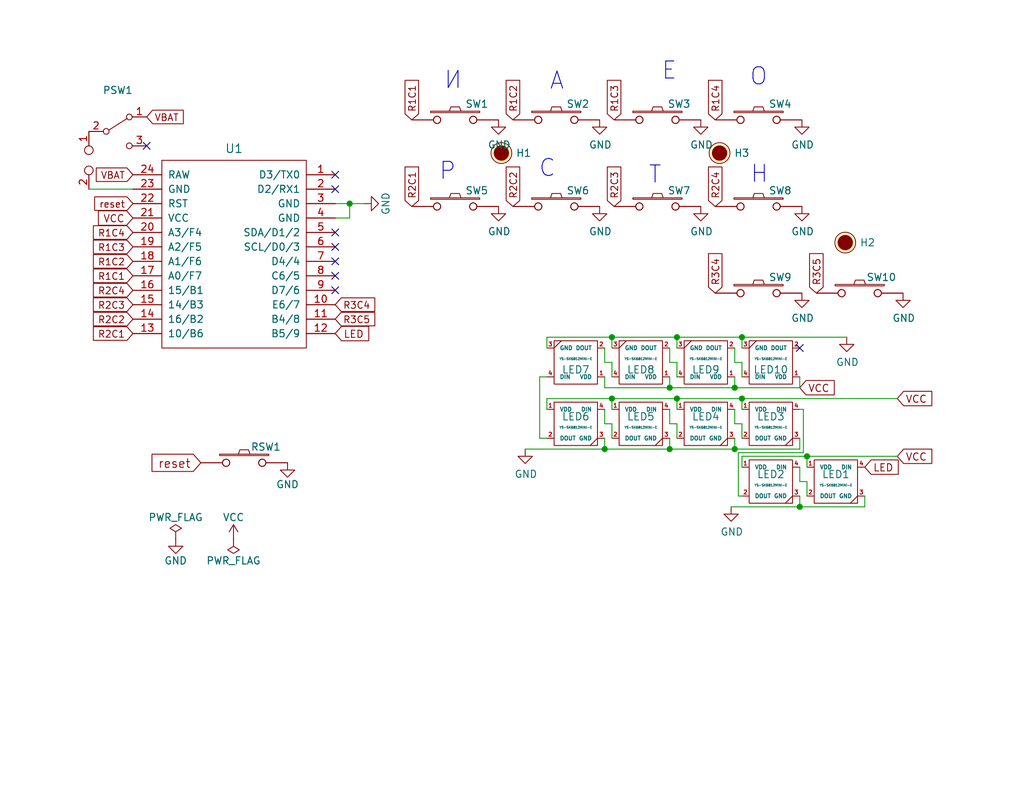
<source format=kicad_sch>
(kicad_sch (version 20250114) (generator "eeschema") (generator_version "9.0")
  (paper "User" 180.01 140.005)
  (title_block (title "РИСАТЕНО") (date "2021-02-28") (rev "0.4") (company "Aroum"))
  (lib_symbols
    (symbol "Connector:TestPoint_2Pole" (pin_names (offset 0.762) (hide yes))
      (property "Reference" "TP" (at 0 1.524 0))
      (property "Value" "TestPoint_2Pole" (at 0 -1.778 0))
      (symbol "TestPoint_2Pole_0_1"
        (circle (center -1.778 0) (radius 0.762))
        (circle (center 1.778 0) (radius 0.762))
        (pin passive line (at -5.08 0 0) (length 2.54) (name "1") (number "1"))
        (pin passive line (at 5.08 0 180) (length 2.54) (name "2") (number "2"))
      )
    )
    (symbol "PNCATEHO:ProMicro_r" (pin_names (offset 1.016))
      (property "Reference" "U" (at 1.27 22.86 0))
      (property "Value" "ProMicro_r" (at 1.27 -15.24 0))
      (symbol "ProMicro_r_0_1"
        (rectangle (start 13.97 20.32) (end -11.43 -12.7))
      )
      (symbol "ProMicro_r_1_1"
        (pin power_out line (at -16.51 17.78 0) (length 5.08) (name "RAW") (number "24"))
        (pin power_in line (at -16.51 15.24 0) (length 5.08) (name "GND") (number "23"))
        (pin input line (at -16.51 12.7 0) (length 5.08) (name "RST") (number "22"))
        (pin power_in line (at -16.51 10.16 0) (length 5.08) (name "VCC") (number "21"))
        (pin bidirectional line (at -16.51 7.62 0) (length 5.08) (name "A3/F4") (number "20"))
        (pin bidirectional line (at -16.51 5.08 0) (length 5.08) (name "A2/F5") (number "19"))
        (pin bidirectional line (at -16.51 2.54 0) (length 5.08) (name "A1/F6") (number "18"))
        (pin bidirectional line (at -16.51 0 0) (length 5.08) (name "A0/F7") (number "17"))
        (pin bidirectional line (at -16.51 -2.54 0) (length 5.08) (name "15/B1") (number "16"))
        (pin bidirectional line (at -16.51 -5.08 0) (length 5.08) (name "14/B3") (number "15"))
        (pin bidirectional line (at -16.51 -7.62 0) (length 5.08) (name "16/B2") (number "14"))
        (pin bidirectional line (at -16.51 -10.16 0) (length 5.08) (name "10/B6") (number "13"))
        (pin bidirectional line (at 19.05 17.78 180) (length 5.08) (name "D3/TX0") (number "1"))
        (pin bidirectional line (at 19.05 15.24 180) (length 5.08) (name "D2/RX1") (number "2"))
        (pin power_in line (at 19.05 12.7 180) (length 5.08) (name "GND") (number "3"))
        (pin power_in line (at 19.05 10.16 180) (length 5.08) (name "GND") (number "4"))
        (pin bidirectional line (at 19.05 7.62 180) (length 5.08) (name "SDA/D1/2") (number "5"))
        (pin bidirectional line (at 19.05 5.08 180) (length 5.08) (name "SCL/D0/3") (number "6"))
        (pin bidirectional line (at 19.05 2.54 180) (length 5.08) (name "D4/4") (number "7"))
        (pin bidirectional line (at 19.05 0 180) (length 5.08) (name "C6/5") (number "8"))
        (pin bidirectional line (at 19.05 -2.54 180) (length 5.08) (name "D7/6") (number "9"))
        (pin bidirectional line (at 19.05 -5.08 180) (length 5.08) (name "E6/7") (number "10"))
        (pin bidirectional line (at 19.05 -7.62 180) (length 5.08) (name "B4/8") (number "11"))
        (pin bidirectional line (at 19.05 -10.16 180) (length 5.08) (name "B5/9") (number "12"))
      )
    )
    (symbol "PNCATEHO:SW_PUSH" (pin_numbers (hide yes)) (pin_names (offset 1.016) (hide yes))
      (property "Reference" "SW" (at 3.81 2.794 0))
      (property "Value" "SW_PUSH" (at 0 -2.032 0))
      (symbol "SW_PUSH_0_1"
        (rectangle (start -4.318 1.27) (end 4.318 1.524))
        (polyline (pts (xy -1.016 1.524) (xy -0.762 2.286) (xy 0.762 2.286) (xy 1.016 1.524)))
        (pin passive inverted (at -7.62 0 0) (length 5.08) (name "1") (number "1"))
        (pin passive inverted (at 7.62 0 180) (length 5.08) (name "2") (number "2"))
      )
    )
    (symbol "PNCATEHO:YS-SK6812MINI-E" (pin_names (offset 1.016))
      (property "Reference" "LED" (at 0 0 0))
      (property "Value" "YS-SK6812MINI-E" (at 0 -1.524 0))
      (symbol "YS-SK6812MINI-E_0_1"
        (rectangle (start -3.81 3.81) (end 3.81 -3.81))
        (polyline (pts (xy 2.54 -3.81) (xy 3.81 -2.54)))
      )
      (symbol "YS-SK6812MINI-E_1_1"
        (pin power_in line (at -5.08 2.54 0) (length 1.1938) (name "VDD") (number "1"))
        (pin output line (at -5.08 -2.54 0) (length 1.1938) (name "DOUT") (number "2"))
        (pin input line (at 5.08 2.54 180) (length 1.1938) (name "DIN") (number "4"))
        (pin power_in line (at 5.08 -2.54 180) (length 1.1938) (name "GND") (number "3"))
      )
    )
    (symbol "Switch:SW_SPDT" (pin_names (offset 0) (hide yes))
      (property "Reference" "SW" (at 0 4.318 0))
      (property "Value" "SW_SPDT" (at 0 -5.08 0))
      (symbol "SW_SPDT_0_0"
        (circle (center -2.032 0) (radius 0.508))
        (circle (center 2.032 -2.54) (radius 0.508))
      )
      (symbol "SW_SPDT_0_1"
        (polyline (pts (xy -1.524 0.254) (xy 1.651 2.286)))
        (circle (center 2.032 2.54) (radius 0.508))
      )
      (symbol "SW_SPDT_1_1"
        (pin passive line (at -5.08 0 0) (length 2.54) (name "B") (number "2"))
        (pin passive line (at 5.08 2.54 180) (length 2.54) (name "A") (number "1"))
        (pin passive line (at 5.08 -2.54 180) (length 2.54) (name "C") (number "3"))
      )
    )
    (symbol "kbd:Hole" (pin_names (offset 1.016))
      (property "Reference" "H" (at 0 0 0))
      (symbol "Hole_0_1"
        (circle (center 0 0) (radius 1.27) (fill (type outline)))
        (circle (center 0 0) (radius 1.8288) (fill (type background)))
      )
    )
    (symbol "power:GND" (power) (pin_names (offset 0))
      (property "Value" "GND" (at 0 -3.81 0))
      (symbol "GND_0_1"
        (polyline (pts (xy 0 0) (xy 0 -1.27) (xy 1.27 -1.27) (xy 0 -2.54) (xy -1.27 -1.27) (xy 0 -1.27)))
      )
      (symbol "GND_1_1"
        (pin power_in line (at 0 0 270) (length 0) (hide yes) (name "GND") (number "1"))
      )
    )
    (symbol "power:PWR_FLAG" (power) (pin_numbers (hide yes)) (pin_names (offset 0) (hide yes))
      (property "Value" "PWR_FLAG" (at 0 3.81 0))
      (symbol "PWR_FLAG_0_0"
        (pin power_out line (at 0 0 90) (length 0) (name "pwr") (number "1"))
      )
      (symbol "PWR_FLAG_0_1"
        (polyline (pts (xy 0 0) (xy 0 1.27) (xy -1.016 1.905) (xy 0 2.54) (xy 1.016 1.905) (xy 0 1.27)))
      )
    )
    (symbol "power:VCC" (power) (pin_names (offset 0))
      (property "Value" "VCC" (at 0 3.81 0))
      (symbol "VCC_0_1"
        (polyline (pts (xy -0.762 1.27) (xy 0 2.54)))
        (polyline (pts (xy 0 2.54) (xy 0.762 1.27)))
        (polyline (pts (xy 0 0) (xy 0 2.54)))
      )
      (symbol "VCC_1_1"
        (pin power_in line (at 0 0 90) (length 0) (hide yes) (name "VCC") (number "1"))
      )
    )
  )
  (text "И\n" (at 77.978 16.002 0) (effects (font (size 3 3)) (justify left bottom)))
  (text "Т\n" (at 113.919 32.639 0) (effects (font (size 3 3)) (justify left bottom)))
  (text "Н\n" (at 131.826 32.512 0) (effects (font (size 3 3)) (justify left bottom)))
  (text "Р" (at 77.089 32.004 0) (effects (font (size 3 3)) (justify left bottom)))
  (text "Е" (at 116.205 14.351 0) (effects (font (size 3 3)) (justify left bottom)))
  (text "О\n" (at 131.699 15.367 0) (effects (font (size 3 3)) (justify left bottom)))
  (text "А\n" (at 96.52 16.129 0) (effects (font (size 3 3)) (justify left bottom)))
  (text "С" (at 94.615 31.496 0) (effects (font (size 3 3)) (justify left bottom)))
  (junction (at 130.429 59.309))
  (junction (at 61.468 35.814))
  (junction (at 118.999 59.309))
  (junction (at 129.159 78.994))
  (junction (at 129.159 68.199))
  (junction (at 130.429 70.104))
  (junction (at 140.589 89.154))
  (junction (at 118.999 70.104))
  (junction (at 141.859 80.264))
  (junction (at 107.569 70.104))
  (junction (at 117.729 68.199))
  (junction (at 117.729 78.994))
  (junction (at 107.569 59.309))
  (junction (at 106.299 78.994))
  (no_connect (at 25.781 25.654))
  (no_connect (at 58.928 40.894))
  (no_connect (at 140.589 61.214))
  (no_connect (at 58.928 33.274))
  (no_connect (at 58.928 48.514))
  (no_connect (at 58.928 51.054))
  (no_connect (at 58.928 43.434))
  (no_connect (at 58.928 30.734))
  (no_connect (at 58.928 45.974))
  (wire (pts (xy 96.139 70.104) (xy 96.139 72.009)))
  (wire (pts (xy 107.569 77.089) (xy 107.569 74.549)))
  (wire (pts (xy 96.139 77.089) (xy 94.869 77.089)))
  (wire (pts (xy 140.589 89.154) (xy 152.019 89.154)))
  (wire (pts (xy 118.999 63.754) (xy 117.729 63.754)))
  (wire (pts (xy 118.999 66.294) (xy 118.999 63.754)))
  (wire (pts (xy 152.019 87.249) (xy 152.019 89.154)))
  (wire (pts (xy 129.159 68.199) (xy 140.589 68.199)))
  (wire (pts (xy 106.299 63.754) (xy 106.299 61.214)))
  (wire (pts (xy 118.999 70.104) (xy 107.569 70.104)))
  (wire (pts (xy 141.859 87.249) (xy 141.859 84.709)))
  (wire (pts (xy 107.569 74.549) (xy 106.299 74.549)))
  (wire (pts (xy 129.159 78.994) (xy 117.729 78.994)))
  (wire (pts (xy 130.429 74.549) (xy 129.159 74.549)))
  (wire (pts (xy 140.589 89.154) (xy 128.524 89.154)))
  (wire (pts (xy 130.429 87.249) (xy 129.794 87.249)))
  (wire (pts (xy 130.429 82.169) (xy 130.429 80.264)))
  (wire (pts (xy 129.159 74.549) (xy 129.159 72.009)))
  (wire (pts (xy 118.999 70.104) (xy 118.999 72.009)))
  (wire (pts (xy 107.569 59.309) (xy 96.139 59.309)))
  (wire (pts (xy 106.299 66.294) (xy 106.299 68.199)))
  (wire (pts (xy 118.999 77.089) (xy 118.999 74.549)))
  (wire (pts (xy 106.299 74.549) (xy 106.299 72.009)))
  (wire (pts (xy 117.729 68.199) (xy 129.159 68.199)))
  (wire (pts (xy 157.734 70.104) (xy 130.429 70.104)))
  (wire (pts (xy 129.794 79.629) (xy 141.224 79.629)))
  (wire (pts (xy 64.008 35.814) (xy 61.468 35.814)))
  (wire (pts (xy 130.429 59.309) (xy 118.999 59.309)))
  (wire (pts (xy 140.589 72.009) (xy 141.224 72.009)))
  (wire (pts (xy 129.794 87.249) (xy 129.794 79.629)))
  (wire (pts (xy 107.569 70.104) (xy 96.139 70.104)))
  (wire (pts (xy 130.429 63.754) (xy 129.159 63.754)))
  (wire (pts (xy 130.429 80.264) (xy 141.859 80.264)))
  (wire (pts (xy 118.999 59.309) (xy 118.999 61.214)))
  (wire (pts (xy 117.729 68.199) (xy 117.729 66.294)))
  (wire (pts (xy 94.869 66.294) (xy 96.139 66.294)))
  (wire (pts (xy 118.999 59.309) (xy 107.569 59.309)))
  (wire (pts (xy 140.589 87.249) (xy 140.589 89.154)))
  (wire (pts (xy 61.468 35.814) (xy 58.928 35.814)))
  (wire (pts (xy 117.729 74.549) (xy 117.729 72.009)))
  (wire (pts (xy 130.429 77.089) (xy 130.429 74.549)))
  (wire (pts (xy 107.569 66.294) (xy 107.569 63.754)))
  (wire (pts (xy 94.869 66.294) (xy 94.869 77.089)))
  (wire (pts (xy 96.139 59.309) (xy 96.139 61.214)))
  (wire (pts (xy 118.999 74.549) (xy 117.729 74.549)))
  (wire (pts (xy 107.569 63.754) (xy 106.299 63.754)))
  (wire (pts (xy 117.729 78.994) (xy 106.299 78.994)))
  (wire (pts (xy 58.928 38.354) (xy 61.468 38.354)))
  (wire (pts (xy 141.224 72.009) (xy 141.224 79.629)))
  (wire (pts (xy 106.299 78.994) (xy 92.329 78.994)))
  (wire (pts (xy 129.159 68.199) (xy 129.159 66.294)))
  (wire (pts (xy 130.429 59.309) (xy 148.844 59.309)))
  (wire (pts (xy 141.859 80.264) (xy 141.859 82.169)))
  (wire (pts (xy 107.569 59.309) (xy 107.569 61.214)))
  (wire (pts (xy 107.569 70.104) (xy 107.569 72.009)))
  (wire (pts (xy 130.429 70.104) (xy 118.999 70.104)))
  (wire (pts (xy 15.621 33.274) (xy 23.368 33.274)))
  (wire (pts (xy 129.159 78.994) (xy 129.159 77.089)))
  (wire (pts (xy 141.859 84.709) (xy 140.589 84.709)))
  (wire (pts (xy 130.429 72.009) (xy 130.429 70.104)))
  (wire (pts (xy 117.729 63.754) (xy 117.729 61.214)))
  (wire (pts (xy 61.468 38.354) (xy 61.468 35.814)))
  (wire (pts (xy 129.159 63.754) (xy 129.159 61.214)))
  (wire (pts (xy 141.859 80.264) (xy 157.734 80.264)))
  (wire (pts (xy 117.729 78.994) (xy 117.729 77.089)))
  (wire (pts (xy 140.589 84.709) (xy 140.589 82.169)))
  (wire (pts (xy 140.589 78.994) (xy 129.159 78.994)))
  (wire (pts (xy 140.589 77.089) (xy 140.589 78.994)))
  (wire (pts (xy 106.299 78.994) (xy 106.299 77.089)))
  (wire (pts (xy 130.429 66.294) (xy 130.429 63.754)))
  (wire (pts (xy 106.299 68.199) (xy 117.729 68.199)))
  (wire (pts (xy 140.589 68.199) (xy 140.589 66.294)))
  (wire (pts (xy 130.429 61.214) (xy 130.429 59.309)))
  (global_label "R2C2" (shape input) (at 23.368 56.134 180) (effects (font (size 1.1938 1.1938))) (property "Intersheetrefs" "${INTERSHEET_REFS}" (effects (hide yes))))
  (global_label "VCC" (shape input) (at 157.734 80.264 0) (property "Intersheetrefs" "${INTERSHEET_REFS}" (effects (hide yes))))
  (global_label "VBAT" (shape input) (at 23.368 30.734 180) (effects (font (size 1.1938 1.1938))) (property "Intersheetrefs" "${INTERSHEET_REFS}" (effects (hide yes))))
  (global_label "R1C3" (shape input) (at 23.368 43.434 180) (effects (font (size 1.1938 1.1938))) (property "Intersheetrefs" "${INTERSHEET_REFS}" (effects (hide yes))))
  (global_label "R1C1" (shape input) (at 23.368 48.514 180) (effects (font (size 1.1938 1.1938))) (property "Intersheetrefs" "${INTERSHEET_REFS}" (effects (hide yes))))
  (global_label "R3C5" (shape input) (at 143.51 51.562 90) (effects (font (size 1.1938 1.1938))) (property "Intersheetrefs" "${INTERSHEET_REFS}" (effects (hide yes))))
  (global_label "R1C2" (shape input) (at 23.368 45.974 180) (effects (font (size 1.1938 1.1938))) (property "Intersheetrefs" "${INTERSHEET_REFS}" (effects (hide yes))))
  (global_label "R3C4" (shape input) (at 58.928 53.594 0) (effects (font (size 1.1938 1.1938))) (property "Intersheetrefs" "${INTERSHEET_REFS}" (effects (hide yes))))
  (global_label "VCC" (shape input) (at 140.589 68.199 0) (property "Intersheetrefs" "${INTERSHEET_REFS}" (effects (hide yes))))
  (global_label "LED" (shape input) (at 152.019 82.169 0) (property "Intersheetrefs" "${INTERSHEET_REFS}" (effects (hide yes))))
  (global_label "R3C4" (shape input) (at 125.73 51.562 90) (effects (font (size 1.1938 1.1938))) (property "Intersheetrefs" "${INTERSHEET_REFS}" (effects (hide yes))))
  (global_label "R1C4" (shape input) (at 23.368 40.894 180) (effects (font (size 1.1938 1.1938))) (property "Intersheetrefs" "${INTERSHEET_REFS}" (effects (hide yes))))
  (global_label "VCC" (shape input) (at 157.734 70.104 0) (property "Intersheetrefs" "${INTERSHEET_REFS}" (effects (hide yes))))
  (global_label "R2C3" (shape input) (at 107.95 36.322 90) (effects (font (size 1.1938 1.1938))) (property "Intersheetrefs" "${INTERSHEET_REFS}" (effects (hide yes))))
  (global_label "R2C1" (shape input) (at 72.39 36.322 90) (effects (font (size 1.1938 1.1938))) (property "Intersheetrefs" "${INTERSHEET_REFS}" (effects (hide yes))))
  (global_label "R3C5" (shape input) (at 58.928 56.134 0) (effects (font (size 1.1938 1.1938))) (property "Intersheetrefs" "${INTERSHEET_REFS}" (effects (hide yes))))
  (global_label "R1C2" (shape input) (at 90.17 21.082 90) (effects (font (size 1.1938 1.1938))) (property "Intersheetrefs" "${INTERSHEET_REFS}" (effects (hide yes))))
  (global_label "reset" (shape input) (at 23.368 35.814 180) (effects (font (size 1.1938 1.1938))) (property "Intersheetrefs" "${INTERSHEET_REFS}" (effects (hide yes))))
  (global_label "R1C1" (shape input) (at 72.39 21.082 90) (effects (font (size 1.1938 1.1938))) (property "Intersheetrefs" "${INTERSHEET_REFS}" (effects (hide yes))))
  (global_label "reset" (shape input) (at 35.306 81.407 180) (effects (font (size 1.524 1.524))) (property "Intersheetrefs" "${INTERSHEET_REFS}" (effects (hide yes))))
  (global_label "R2C4" (shape input) (at 23.368 51.054 180) (effects (font (size 1.1938 1.1938))) (property "Intersheetrefs" "${INTERSHEET_REFS}" (effects (hide yes))))
  (global_label "R2C2" (shape input) (at 90.17 36.322 90) (effects (font (size 1.1938 1.1938))) (property "Intersheetrefs" "${INTERSHEET_REFS}" (effects (hide yes))))
  (global_label "R1C4" (shape input) (at 125.73 21.082 90) (effects (font (size 1.1938 1.1938))) (property "Intersheetrefs" "${INTERSHEET_REFS}" (effects (hide yes))))
  (global_label "R2C3" (shape input) (at 23.368 53.594 180) (effects (font (size 1.1938 1.1938))) (property "Intersheetrefs" "${INTERSHEET_REFS}" (effects (hide yes))))
  (global_label "R2C1" (shape input) (at 23.368 58.674 180) (effects (font (size 1.1938 1.1938))) (property "Intersheetrefs" "${INTERSHEET_REFS}" (effects (hide yes))))
  (global_label "R1C3" (shape input) (at 107.95 21.082 90) (effects (font (size 1.1938 1.1938))) (property "Intersheetrefs" "${INTERSHEET_REFS}" (effects (hide yes))))
  (global_label "LED" (shape input) (at 58.928 58.674 0) (property "Intersheetrefs" "${INTERSHEET_REFS}" (effects (hide yes))))
  (global_label "R2C4" (shape input) (at 125.73 36.322 90) (effects (font (size 1.1938 1.1938))) (property "Intersheetrefs" "${INTERSHEET_REFS}" (effects (hide yes))))
  (global_label "VBAT" (shape input) (at 25.781 20.574 0) (effects (font (size 1.1938 1.1938))) (property "Intersheetrefs" "${INTERSHEET_REFS}" (effects (hide yes))))
  (global_label "VCC" (shape input) (at 23.368 38.354 180) (property "Intersheetrefs" "${INTERSHEET_REFS}" (effects (hide yes))))
  (symbol (lib_id "PNCATEHO:SW_PUSH") (at 80.01 21.082 0) (unit 1)
    (property "Reference" "SW1" (at 83.82 18.288 0))
    (property "Value" "SW_PUSH" (effects (hide yes)))
    (property "Footprint" "PNCATEHO:Kailh_socket_PG1350_reversible" (effects (hide yes)))
  )
  (symbol (lib_id "PNCATEHO:SW_PUSH") (at 97.79 21.082 0) (unit 1)
    (property "Reference" "SW2" (at 101.6 18.288 0))
    (property "Value" "SW_PUSH" (effects (hide yes)))
    (property "Footprint" "PNCATEHO:Kailh_socket_PG1350_reversible" (effects (hide yes)))
  )
  (symbol (lib_id "PNCATEHO:SW_PUSH") (at 115.57 21.082 0) (unit 1)
    (property "Reference" "SW3" (at 119.38 18.288 0))
    (property "Value" "SW_PUSH" (effects (hide yes)))
    (property "Footprint" "PNCATEHO:Kailh_socket_PG1350_reversible" (effects (hide yes)))
  )
  (symbol (lib_id "PNCATEHO:SW_PUSH") (at 133.35 21.082 0) (unit 1)
    (property "Reference" "SW4" (at 137.16 18.288 0))
    (property "Value" "SW_PUSH" (effects (hide yes)))
    (property "Footprint" "PNCATEHO:Kailh_socket_PG1350_reversible" (effects (hide yes)))
  )
  (symbol (lib_id "PNCATEHO:SW_PUSH") (at 80.01 36.322 0) (unit 1)
    (property "Reference" "SW5" (at 83.82 33.528 0))
    (property "Value" "SW_PUSH" (effects (hide yes)))
    (property "Footprint" "PNCATEHO:Kailh_socket_PG1350_reversible" (effects (hide yes)))
  )
  (symbol (lib_id "PNCATEHO:SW_PUSH") (at 97.79 36.322 0) (unit 1)
    (property "Reference" "SW6" (at 101.6 33.528 0))
    (property "Value" "SW_PUSH" (effects (hide yes)))
    (property "Footprint" "PNCATEHO:Kailh_socket_PG1350_reversible" (effects (hide yes)))
  )
  (symbol (lib_id "PNCATEHO:SW_PUSH") (at 115.57 36.322 0) (unit 1)
    (property "Reference" "SW7" (at 119.38 33.528 0))
    (property "Value" "SW_PUSH" (effects (hide yes)))
    (property "Footprint" "PNCATEHO:Kailh_socket_PG1350_reversible" (effects (hide yes)))
  )
  (symbol (lib_id "PNCATEHO:SW_PUSH") (at 133.35 36.322 0) (unit 1)
    (property "Reference" "SW8" (at 137.16 33.528 0))
    (property "Value" "SW_PUSH" (effects (hide yes)))
    (property "Footprint" "PNCATEHO:Kailh_socket_PG1350_reversible" (effects (hide yes)))
  )
  (symbol (lib_id "PNCATEHO:SW_PUSH") (at 133.35 51.562 0) (unit 1)
    (property "Reference" "SW9" (at 137.16 48.768 0))
    (property "Value" "SW_PUSH" (effects (hide yes)))
    (property "Footprint" "PNCATEHO:Kailh_socket_PG1350_reversible" (effects (hide yes)))
  )
  (symbol (lib_id "PNCATEHO:SW_PUSH") (at 151.13 51.562 0) (unit 1)
    (property "Reference" "SW10" (at 154.94 48.768 0))
    (property "Value" "SW_PUSH" (effects (hide yes)))
    (property "Footprint" "PNCATEHO:Kailh_socket_PG1350_reversible" (effects (hide yes)))
  )
  (symbol (lib_id "power:GND") (at 64.008 35.814 90) (unit 1)
    (property "Reference" "#PWR08" (effects (hide yes)))
    (property "Value" "GND" (at 67.818 35.814 0))
  )
  (symbol (lib_id "power:GND") (at 30.8864 94.8182 0) (unit 1)
    (property "Reference" "#PWR04" (effects (hide yes)))
    (property "Value" "GND" (at 30.8864 98.6282 0))
  )
  (symbol (lib_id "power:VCC") (at 41.0464 94.8182 0) (unit 1)
    (property "Reference" "#PWR05" (effects (hide yes)))
    (property "Value" "VCC" (at 41.0464 91.0082 0))
  )
  (symbol (lib_id "power:PWR_FLAG") (at 41.0464 94.8182 180) (unit 1)
    (property "Reference" "#FLG02" (effects (hide yes)))
    (property "Value" "PWR_FLAG" (at 41.0464 98.6282 0))
  )
  (symbol (lib_id "power:PWR_FLAG") (at 30.8864 94.8182 0) (unit 1)
    (property "Reference" "#FLG01" (effects (hide yes)))
    (property "Value" "PWR_FLAG" (at 30.8864 91.0082 0))
  )
  (symbol (lib_id "PNCATEHO:SW_PUSH") (at 42.926 81.407 0) (unit 1)
    (property "Reference" "RSW1" (at 46.736 78.613 0))
    (property "Value" "SW_PUSH" (effects (hide yes)))
    (property "Footprint" "PNCATEHO:SW_3x4x2_2legs_duplex" (effects (hide yes)))
  )
  (symbol (lib_id "power:GND") (at 50.546 81.407 0) (unit 1)
    (property "Reference" "#PWR0101" (effects (hide yes)))
    (property "Value" "GND" (at 50.546 85.217 0))
  )
  (symbol (lib_id "PNCATEHO:ProMicro_r") (at 39.878 48.514 0) (unit 1)
    (property "Reference" "U1" (at 41.148 26.1366 0) (effects (font (size 1.524 1.524))))
    (property "Value" "ProMicro_r" (effects (hide yes)))
    (property "Footprint" "PNCATEHO:ProMicro_duplex_mirrored" (effects (hide yes)))
  )
  (symbol (lib_id "power:GND") (at 140.97 36.322 0) (unit 1)
    (property "Reference" "#PWR0102" (effects (hide yes)))
    (property "Value" "GND" (at 141.097 40.7162 0))
  )
  (symbol (lib_id "power:GND") (at 123.19 36.322 0) (unit 1)
    (property "Reference" "#PWR0103" (effects (hide yes)))
    (property "Value" "GND" (at 123.317 40.7162 0))
  )
  (symbol (lib_id "power:GND") (at 105.41 36.322 0) (unit 1)
    (property "Reference" "#PWR0104" (effects (hide yes)))
    (property "Value" "GND" (at 105.537 40.7162 0))
  )
  (symbol (lib_id "power:GND") (at 87.63 36.322 0) (unit 1)
    (property "Reference" "#PWR0105" (effects (hide yes)))
    (property "Value" "GND" (at 87.757 40.7162 0))
  )
  (symbol (lib_id "power:GND") (at 140.97 51.562 0) (unit 1)
    (property "Reference" "#PWR0106" (effects (hide yes)))
    (property "Value" "GND" (at 141.097 55.9562 0))
  )
  (symbol (lib_id "power:GND") (at 158.75 51.562 0) (unit 1)
    (property "Reference" "#PWR0107" (effects (hide yes)))
    (property "Value" "GND" (at 158.877 55.9562 0))
  )
  (symbol (lib_id "power:GND") (at 140.97 21.082 0) (unit 1)
    (property "Reference" "#PWR0108" (effects (hide yes)))
    (property "Value" "GND" (at 141.097 25.4762 0))
  )
  (symbol (lib_id "power:GND") (at 123.19 21.082 0) (unit 1)
    (property "Reference" "#PWR0109" (effects (hide yes)))
    (property "Value" "GND" (at 123.317 25.4762 0))
  )
  (symbol (lib_id "power:GND") (at 105.41 21.082 0) (unit 1)
    (property "Reference" "#PWR0110" (effects (hide yes)))
    (property "Value" "GND" (at 105.537 25.4762 0))
  )
  (symbol (lib_id "power:GND") (at 87.63 21.082 0) (unit 1)
    (property "Reference" "#PWR0112" (effects (hide yes)))
    (property "Value" "GND" (at 87.757 25.4762 0))
  )
  (symbol (lib_id "power:GND") (at 128.524 89.154 0) (unit 1)
    (property "Reference" "#PWR0113" (effects (hide yes)))
    (property "Value" "GND" (at 128.651 93.5482 0))
  )
  (symbol (lib_id "PNCATEHO:YS-SK6812MINI-E") (at 146.939 84.709 0) (unit 1)
    (property "Reference" "LED1" (at 146.939 83.439 0) (effects (font (size 1.2954 1.2954))))
    (property "Value" "YS-SK6812MINI-E" (at 146.939 85.344 0) (effects (font (size 0.4064 0.4064))))
    (property "Footprint" "PNCATEHO:YS-SK6812MINI-E_duplex" (effects (hide yes)))
  )
  (symbol (lib_id "PNCATEHO:YS-SK6812MINI-E") (at 135.509 84.709 0) (unit 1)
    (property "Reference" "LED2" (at 135.509 83.439 0) (effects (font (size 1.2954 1.2954))))
    (property "Value" "YS-SK6812MINI-E" (at 135.509 85.344 0) (effects (font (size 0.4064 0.4064))))
    (property "Footprint" "PNCATEHO:YS-SK6812MINI-E_duplex" (effects (hide yes)))
  )
  (symbol (lib_id "PNCATEHO:YS-SK6812MINI-E") (at 135.509 74.549 0) (unit 1)
    (property "Reference" "LED3" (at 135.509 73.279 0) (effects (font (size 1.2954 1.2954))))
    (property "Value" "YS-SK6812MINI-E" (at 135.509 75.184 0) (effects (font (size 0.4064 0.4064))))
    (property "Footprint" "PNCATEHO:YS-SK6812MINI-E_duplex" (effects (hide yes)))
  )
  (symbol (lib_id "PNCATEHO:YS-SK6812MINI-E") (at 124.079 74.549 0) (unit 1)
    (property "Reference" "LED4" (at 124.079 73.279 0) (effects (font (size 1.2954 1.2954))))
    (property "Value" "YS-SK6812MINI-E" (at 124.079 75.184 0) (effects (font (size 0.4064 0.4064))))
    (property "Footprint" "PNCATEHO:YS-SK6812MINI-E_duplex" (effects (hide yes)))
  )
  (symbol (lib_id "PNCATEHO:YS-SK6812MINI-E") (at 112.649 74.549 0) (unit 1)
    (property "Reference" "LED5" (at 112.649 73.279 0) (effects (font (size 1.2954 1.2954))))
    (property "Value" "YS-SK6812MINI-E" (at 112.649 75.184 0) (effects (font (size 0.4064 0.4064))))
    (property "Footprint" "PNCATEHO:YS-SK6812MINI-E_duplex" (effects (hide yes)))
  )
  (symbol (lib_id "PNCATEHO:YS-SK6812MINI-E") (at 101.219 74.549 0) (unit 1)
    (property "Reference" "LED6" (at 101.219 73.279 0) (effects (font (size 1.2954 1.2954))))
    (property "Value" "YS-SK6812MINI-E" (at 101.219 75.184 0) (effects (font (size 0.4064 0.4064))))
    (property "Footprint" "PNCATEHO:YS-SK6812MINI-E_duplex" (effects (hide yes)))
  )
  (symbol (lib_id "PNCATEHO:YS-SK6812MINI-E") (at 135.509 63.754 180) (unit 1)
    (property "Reference" "LED10" (at 135.509 65.024 0) (effects (font (size 1.2954 1.2954))))
    (property "Value" "YS-SK6812MINI-E" (at 135.509 63.119 0) (effects (font (size 0.4064 0.4064))))
    (property "Footprint" "PNCATEHO:YS-SK6812MINI-E_duplex" (effects (hide yes)))
  )
  (symbol (lib_id "PNCATEHO:YS-SK6812MINI-E") (at 124.079 63.754 180) (unit 1)
    (property "Reference" "LED9" (at 124.079 65.024 0) (effects (font (size 1.2954 1.2954))))
    (property "Value" "YS-SK6812MINI-E" (at 124.079 63.119 0) (effects (font (size 0.4064 0.4064))))
    (property "Footprint" "PNCATEHO:YS-SK6812MINI-E_duplex" (effects (hide yes)))
  )
  (symbol (lib_id "PNCATEHO:YS-SK6812MINI-E") (at 112.649 63.754 180) (unit 1)
    (property "Reference" "LED8" (at 112.649 65.024 0) (effects (font (size 1.2954 1.2954))))
    (property "Value" "YS-SK6812MINI-E" (at 112.649 63.119 0) (effects (font (size 0.4064 0.4064))))
    (property "Footprint" "PNCATEHO:YS-SK6812MINI-E_duplex" (effects (hide yes)))
  )
  (symbol (lib_id "PNCATEHO:YS-SK6812MINI-E") (at 101.219 63.754 180) (unit 1)
    (property "Reference" "LED7" (at 101.219 65.024 0) (effects (font (size 1.2954 1.2954))))
    (property "Value" "YS-SK6812MINI-E" (at 101.219 63.119 0) (effects (font (size 0.4064 0.4064))))
    (property "Footprint" "PNCATEHO:YS-SK6812MINI-E_duplex" (effects (hide yes)))
  )
  (symbol (lib_id "power:GND") (at 148.844 59.309 0) (unit 1)
    (property "Reference" "#PWR0114" (effects (hide yes)))
    (property "Value" "GND" (at 148.971 63.7032 0))
  )
  (symbol (lib_id "power:GND") (at 92.329 78.994 0) (unit 1)
    (property "Reference" "#PWR0115" (effects (hide yes)))
    (property "Value" "GND" (at 92.456 83.3882 0))
  )
  (symbol (lib_id "kbd:Hole") (at 88.138 26.924 0) (unit 1)
    (property "Reference" "H1" (at 90.678 26.924 0) (effects (justify left)))
    (property "Value" "Hole" (effects (hide yes)))
    (property "Footprint" "PNCATEHO:Hole" (effects (hide yes)))
  )
  (symbol (lib_id "Connector:TestPoint_2Pole") (at 15.621 28.194 270) (unit 1)
    (property "Reference" "J1" (effects (hide yes)))
    (property "Value" "TestPoint_2Pole" (effects (hide yes)))
    (property "Footprint" "PNCATEHO:battery_conn_duplex" (effects (hide yes)))
  )
  (symbol (lib_id "kbd:Hole") (at 148.59 42.672 0) (unit 1)
    (property "Reference" "H2" (at 151.13 42.672 0) (effects (justify left)))
    (property "Value" "Hole" (effects (hide yes)))
    (property "Footprint" "PNCATEHO:Hole" (effects (hide yes)))
  )
  (symbol (lib_id "kbd:Hole") (at 126.492 26.924 0) (unit 1)
    (property "Reference" "H3" (at 129.032 26.924 0) (effects (justify left)))
    (property "Value" "Hole" (effects (hide yes)))
    (property "Footprint" "PNCATEHO:Hole" (effects (hide yes)))
  )
  (symbol (lib_id "Switch:SW_SPDT") (at 20.701 23.114 0) (unit 1)
    (property "Reference" "PSW1" (at 20.701 15.875 0))
    (property "Value" "SW_SPDT" (effects (hide yes)))
    (property "Footprint" "PNCATEHO:MSK-12C02_DUAL" (effects (hide yes)))
  )
)
</source>
